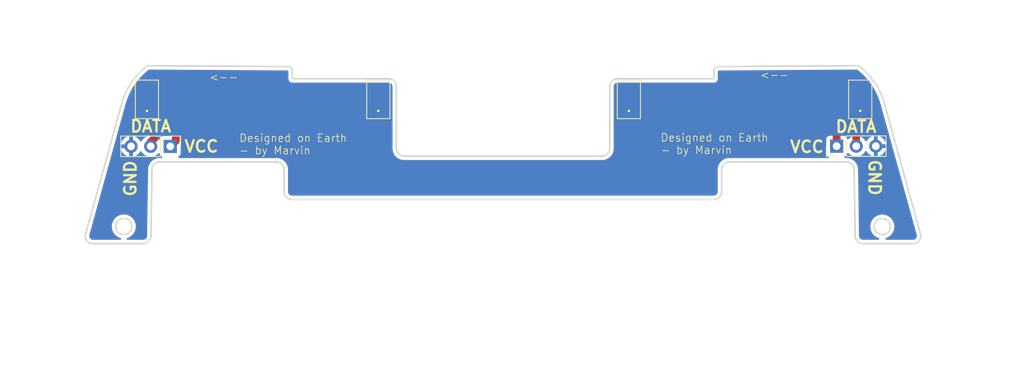
<source format=kicad_pcb>
(kicad_pcb (version 20241229) (generator "pcbnew") (generator_version "9.0")
  (layers (0 "F.Cu" signal) (2 "B.Cu" signal) (13 "F.Paste" user) (15 "B.Paste" user) (5 "F.SilkS" user "F.Silkscreen") (7 "B.SilkS" user "B.Silkscreen") (1 "F.Mask" user) (3 "B.Mask" user) (25 "Edge.Cuts" user))
  (net 0 "")
  (net 1 "GND")
  (net 2 "VCC")
  (net 3 "Net-(J1-Pin_2)")
  (net 4 "Net-(J2-Pin_2)")
  (net 5 "Net-(J6-Pin_2)")
  (footprint "Connector_PinHeader_2.54mm:PinHeader_1x03_P2.54mm_Vertical" (layer "F.Cu") (at 185.8668 60.2488 90)
    (property "Reference" "J9" (hide yes))
    (property "Value" "Conn_01x03_Pin" (hide yes))
    (fp_line (start -1.33 -1.33) (end 0 -1.33) (stroke (width 0.12)) (layer "F.SilkS"))
    (fp_line (start -1.33 0) (end -1.33 -1.33) (stroke (width 0.12)) (layer "F.SilkS"))
    (fp_line (start 1.33 1.27) (end 1.33 6.41) (stroke (width 0.12)) (layer "F.SilkS"))
    (fp_line (start -1.33 1.27) (end 1.33 1.27) (stroke (width 0.12)) (layer "F.SilkS"))
    (fp_line (start -1.33 1.27) (end -1.33 6.41) (stroke (width 0.12)) (layer "F.SilkS"))
    (fp_line (start -1.33 6.41) (end 1.33 6.41) (stroke (width 0.12)) (layer "F.SilkS"))
    (pad "1" thru_hole rect (at 0 0 90) (size 1.7 1.7) (drill 1) (layers "*.Cu" "*.Mask") (net 2 "VCC"))
    (pad "2" thru_hole oval (at 0 2.54 90) (size 1.7 1.7) (drill 1) (layers "*.Cu" "*.Mask") (net 5 "Net-(J6-Pin_2)"))
    (pad "3" thru_hole oval (at 0 5.08 90) (size 1.7 1.7) (drill 1) (layers "*.Cu" "*.Mask") (net 1 "GND"))
  )
  (footprint "Connector_PinHeader_2.54mm:PinHeader_1x03_P2.54mm_Vertical" (layer "F.Cu") (at 99.4664 60.2742 -90)
    (property "Reference" "J10" (hide yes))
    (property "Value" "Conn_01x03_Pin" (hide yes))
    (fp_line (start -1.33 6.41) (end 1.33 6.41) (stroke (width 0.12)) (layer "F.SilkS"))
    (fp_line (start -1.33 1.27) (end -1.33 6.41) (stroke (width 0.12)) (layer "F.SilkS"))
    (fp_line (start -1.33 1.27) (end 1.33 1.27) (stroke (width 0.12)) (layer "F.SilkS"))
    (fp_line (start 1.33 1.27) (end 1.33 6.41) (stroke (width 0.12)) (layer "F.SilkS"))
    (fp_line (start -1.33 0) (end -1.33 -1.33) (stroke (width 0.12)) (layer "F.SilkS"))
    (fp_line (start -1.33 -1.33) (end 0 -1.33) (stroke (width 0.12)) (layer "F.SilkS"))
    (pad "1" thru_hole rect (at 0 0 270) (size 1.7 1.7) (drill 1) (layers "*.Cu" "*.Mask") (net 2 "VCC"))
    (pad "2" thru_hole oval (at 0 2.54 270) (size 1.7 1.7) (drill 1) (layers "*.Cu" "*.Mask") (net 3 "Net-(J1-Pin_2)"))
    (pad "3" thru_hole oval (at 0 5.08 270) (size 1.7 1.7) (drill 1) (layers "*.Cu" "*.Mask") (net 1 "GND"))
  )
  (footprint "ws2812:led_pads" (layer "F.Cu") (at 96.4412 54.1782 -90)
    (property "Reference" "J1" (hide yes))
    (property "Value" "Conn_01x03_Pin" (hide yes))
    (fp_line (start -2.5 1.5) (end -2.5 -1.5) (stroke (width 0.12)) (layer "F.SilkS"))
    (fp_line (start 2.5 1.5) (end -2.5 1.5) (stroke (width 0.12)) (layer "F.SilkS"))
    (fp_line (start -2.5 -1.5) (end 2.5 -1.5) (stroke (width 0.12)) (layer "F.SilkS"))
    (fp_line (start 2.5 -1.5) (end 2.5 1.5) (stroke (width 0.12)) (layer "F.SilkS"))
    (pad "1" smd rect (at -1.5 0 270) (size 1 2) (layers "F.Cu" "F.Mask" "F.Paste") (net 2 "VCC"))
    (pad "2" smd rect (at 0 0 270) (size 1 2) (layers "F.Cu" "F.Mask" "F.Paste") (net 3 "Net-(J1-Pin_2)"))
    (pad "3" smd rect (at 1.5 0 270) (size 1 2) (layers "F.Cu" "F.Mask" "F.Paste") (net 1 "GND"))
  )
  (footprint "ws2812:led_pads" (layer "F.Cu") (at 158.9278 54.1796 -90)
    (property "Reference" "J5" (hide yes))
    (property "Value" "Conn_01x03_Pin" (hide yes))
    (fp_line (start -2.5 1.5) (end -2.5 -1.5) (stroke (width 0.12)) (layer "F.SilkS"))
    (fp_line (start 2.5 1.5) (end -2.5 1.5) (stroke (width 0.12)) (layer "F.SilkS"))
    (fp_line (start -2.5 -1.5) (end 2.5 -1.5) (stroke (width 0.12)) (layer "F.SilkS"))
    (fp_line (start 2.5 -1.5) (end 2.5 1.5) (stroke (width 0.12)) (layer "F.SilkS"))
    (pad "1" smd rect (at -1.5 0 270) (size 1 2) (layers "F.Cu" "F.Mask" "F.Paste") (net 2 "VCC"))
    (pad "2" smd rect (at 0 0 270) (size 1 2) (layers "F.Cu" "F.Mask" "F.Paste") (net 4 "Net-(J2-Pin_2)"))
    (pad "3" smd rect (at 1.5 0 270) (size 1 2) (layers "F.Cu" "F.Mask" "F.Paste") (net 1 "GND"))
  )
  (footprint "ws2812:led_pads" (layer "F.Cu") (at 126.4412 54.1782 -90)
    (property "Reference" "J2" (hide yes))
    (property "Value" "Conn_01x03_Pin" (hide yes))
    (fp_line (start -2.5 1.5) (end -2.5 -1.5) (stroke (width 0.12)) (layer "F.SilkS"))
    (fp_line (start 2.5 1.5) (end -2.5 1.5) (stroke (width 0.12)) (layer "F.SilkS"))
    (fp_line (start -2.5 -1.5) (end 2.5 -1.5) (stroke (width 0.12)) (layer "F.SilkS"))
    (fp_line (start 2.5 -1.5) (end 2.5 1.5) (stroke (width 0.12)) (layer "F.SilkS"))
    (pad "1" smd rect (at -1.5 0 270) (size 1 2) (layers "F.Cu" "F.Mask" "F.Paste") (net 2 "VCC"))
    (pad "2" smd rect (at 0 0 270) (size 1 2) (layers "F.Cu" "F.Mask" "F.Paste") (net 4 "Net-(J2-Pin_2)"))
    (pad "3" smd rect (at 1.5 0 270) (size 1 2) (layers "F.Cu" "F.Mask" "F.Paste") (net 1 "GND"))
  )
  (footprint "ws2812:led_pads" (layer "F.Cu") (at 188.9278 54.1796 -90)
    (property "Reference" "J6" (hide yes))
    (property "Value" "Conn_01x03_Pin" (hide yes))
    (fp_line (start -2.5 1.5) (end -2.5 -1.5) (stroke (width 0.12)) (layer "F.SilkS"))
    (fp_line (start 2.5 1.5) (end -2.5 1.5) (stroke (width 0.12)) (layer "F.SilkS"))
    (fp_line (start -2.5 -1.5) (end 2.5 -1.5) (stroke (width 0.12)) (layer "F.SilkS"))
    (fp_line (start 2.5 -1.5) (end 2.5 1.5) (stroke (width 0.12)) (layer "F.SilkS"))
    (pad "1" smd rect (at -1.5 0 270) (size 1 2) (layers "F.Cu" "F.Mask" "F.Paste") (net 2 "VCC"))
    (pad "2" smd rect (at 0 0 270) (size 1 2) (layers "F.Cu" "F.Mask" "F.Paste") (net 5 "Net-(J6-Pin_2)"))
    (pad "3" smd rect (at 1.5 0 270) (size 1 2) (layers "F.Cu" "F.Mask" "F.Paste") (net 1 "GND"))
  )
  (gr_line (start 170.956454 66.1729) (end 170.956454 63.2961) (stroke (width 0.2)) (layer "Edge.Cuts"))
  (gr_line (start 114.791052 49.920716) (end 96.531457 49.801938) (stroke (width 0.2)) (layer "Edge.Cuts"))
  (gr_line (start 93.186302 54.658498) (end 88.494937 71.641085) (stroke (width 0.2)) (layer "Edge.Cuts"))
  (gr_arc (start 196.741114 71.641151) (mid 196.572918 72.513083) (end 195.777198 72.907358) (stroke (width 0.2)) (layer "Edge.Cuts"))
  (gr_arc (start 188.802634 49.87612) (mid 190.820615 51.999553) (end 192.049753 54.658582) (stroke (width 0.2)) (layer "Edge.Cuts"))
  (gr_line (start 89.4588 72.907358) (end 95.981183 72.907358) (stroke (width 0.2)) (layer "Edge.Cuts"))
  (gr_line (start 188.802634 49.87612) (end 188.70459 49.801991) (stroke (width 0.2)) (layer "Edge.Cuts"))
  (gr_line (start 114.233925 63.301931) (end 114.233925 66.1729) (stroke (width 0.2)) (layer "Edge.Cuts"))
  (gr_arc (start 156.456454 52.4955) (mid 156.749344 51.788378) (end 157.456454 51.495502) (stroke (width 0.2)) (layer "Edge.Cuts"))
  (gr_line (start 171.9565 62.296057) (end 187.1364 62.296057) (stroke (width 0.2)) (layer "Edge.Cuts"))
  (gr_line (start 156.456454 52.4955) (end 156.456454 60.5461) (stroke (width 0.2)) (layer "Edge.Cuts"))
  (gr_arc (start 170.956454 63.2961) (mid 171.24936 62.588962) (end 171.9565 62.296057) (stroke (width 0.2)) (layer "Edge.Cuts"))
  (gr_arc (start 97.099775 63.280867) (mid 97.397972 62.583598) (end 98.0997 62.296057) (stroke (width 0.2)) (layer "Edge.Cuts"))
  (gr_line (start 98.0997 62.296057) (end 113.2339 62.296057) (stroke (width 0.2)) (layer "Edge.Cuts"))
  (gr_arc (start 114.791052 49.920716) (mid 115.142493 50.068298) (end 115.287782 50.417236) (stroke (width 0.2)) (layer "Edge.Cuts"))
  (gr_line (start 115.287782 51.495502) (end 115.287782 50.417236) (stroke (width 0.2)) (layer "Edge.Cuts"))
  (gr_line (start 169.956454 50.4207) (end 169.956454 51.495502) (stroke (width 0.2)) (layer "Edge.Cuts"))
  (gr_circle (center 191.79135 70.689761) (end 192.84135 70.689761) (stroke (width 0.2)) (fill no) (layer "Edge.Cuts"))
  (gr_line (start 155.4565 61.546057) (end 129.7879 61.546057) (stroke (width 0.2)) (layer "Edge.Cuts"))
  (gr_arc (start 187.1364 62.296057) (mid 187.838106 62.583573) (end 188.136436 63.292684) (stroke (width 0.2)) (layer "Edge.Cuts"))
  (gr_arc (start 115.2339 67.172874) (mid 114.526811 66.879988) (end 114.233925 66.1729) (stroke (width 0.2)) (layer "Edge.Cuts"))
  (gr_arc (start 189.2678 72.907358) (mid 188.566109 72.619823) (end 188.268048 71.932018) (stroke (width 0.2)) (layer "Edge.Cuts"))
  (gr_arc (start 89.4588 72.907358) (mid 88.66313 72.513061) (end 88.494937 71.641085) (stroke (width 0.2)) (layer "Edge.Cuts"))
  (gr_arc (start 93.186302 54.658498) (mid 94.415433 51.999496) (end 96.425082 49.882367) (stroke (width 0.2)) (layer "Edge.Cuts"))
  (gr_line (start 189.2678 72.907358) (end 195.777198 72.907358) (stroke (width 0.2)) (layer "Edge.Cuts"))
  (gr_arc (start 129.7879 61.546057) (mid 129.080702 61.253155) (end 128.787782 60.537169) (stroke (width 0.2)) (layer "Edge.Cuts"))
  (gr_arc (start 113.2339 62.296057) (mid 113.941031 62.588956) (end 114.233925 63.301931) (stroke (width 0.2)) (layer "Edge.Cuts"))
  (gr_arc (start 127.7878 51.495502) (mid 128.4949 51.788389) (end 128.787782 52.490023) (stroke (width 0.2)) (layer "Edge.Cuts"))
  (gr_arc (start 170.956454 66.1729) (mid 170.663567 66.879981) (end 169.956454 67.172874) (stroke (width 0.2)) (layer "Edge.Cuts"))
  (gr_line (start 169.956454 51.495502) (end 157.456454 51.495502) (stroke (width 0.2)) (layer "Edge.Cuts"))
  (gr_circle (center 93.446053 70.674675) (end 94.496053 70.674675) (stroke (width 0.2)) (fill no) (layer "Edge.Cuts"))
  (gr_line (start 96.531457 49.801938) (end 96.425082 49.882367) (stroke (width 0.2)) (layer "Edge.Cuts"))
  (gr_line (start 127.7878 51.495502) (end 115.287782 51.495502) (stroke (width 0.2)) (layer "Edge.Cuts"))
  (gr_arc (start 96.968126 71.922731) (mid 96.669962 72.619872) (end 95.981183 72.907358) (stroke (width 0.2)) (layer "Edge.Cuts"))
  (gr_line (start 196.741114 71.641151) (end 192.049753 54.658582) (stroke (width 0.2)) (layer "Edge.Cuts"))
  (gr_line (start 115.2339 67.172874) (end 169.956454 67.172874) (stroke (width 0.2)) (layer "Edge.Cuts"))
  (gr_arc (start 169.956454 50.4207) (mid 170.101748 50.068284) (end 170.453202 49.920716) (stroke (width 0.2)) (layer "Edge.Cuts"))
  (gr_line (start 96.968126 71.922731) (end 97.099775 63.280867) (stroke (width 0.2)) (layer "Edge.Cuts"))
  (gr_line (start 188.70459 49.801991) (end 170.453202 49.920716) (stroke (width 0.2)) (layer "Edge.Cuts"))
  (gr_line (start 188.136436 63.292684) (end 188.268048 71.932018) (stroke (width 0.2)) (layer "Edge.Cuts"))
  (gr_line (start 128.787782 60.537169) (end 128.787782 52.490023) (stroke (width 0.2)) (layer "Edge.Cuts"))
  (gr_arc (start 156.456454 60.5461) (mid 156.163573 61.253175) (end 155.4565 61.546057) (stroke (width 0.2)) (layer "Edge.Cuts"))
  (gr_text "GND" (at 95.1738 66.929 90) (layer "F.SilkS") (effects (font (size 1.5 1.5) (thickness 0.3) (bold yes)) (justify left bottom)))
  (gr_text "DATA" (at 94.1324 58.547 0) (layer "F.SilkS") (effects (font (size 1.5 1.5) (thickness 0.3) (bold yes)) (justify left bottom)))
  (gr_text "Designed on Earth \n- by Marvin" (at 108.3564 61.3918 0) (layer "F.SilkS") (effects (font (size 1 1) (thickness 0.1)) (justify left bottom)))
  (gr_text "VCC\n" (at 101.1682 61.1632 0) (layer "F.SilkS") (effects (font (size 1.5 1.5) (thickness 0.3) (bold yes)) (justify left bottom)))
  (gr_text "GND" (at 189.9158 61.849 270) (layer "F.SilkS") (effects (font (size 1.5 1.5) (thickness 0.3) (bold yes)) (justify left bottom)))
  (gr_text "<--" (at 175.8696 51.5874 0) (layer "F.SilkS") (effects (font (size 1 1) (thickness 0.1)) (justify left bottom)))
  (gr_text "DATA" (at 185.5724 58.5978 0) (layer "F.SilkS") (effects (font (size 1.5 1.5) (thickness 0.3) (bold yes)) (justify left bottom)))
  (gr_text "VCC\n" (at 179.6796 61.214 0) (layer "F.SilkS") (effects (font (size 1.5 1.5) (thickness 0.3) (bold yes)) (justify left bottom)))
  (gr_text "<--" (at 104.4702 51.8668 0) (layer "F.SilkS") (effects (font (size 1 1) (thickness 0.1)) (justify left bottom)))
  (gr_text "Designed on Earth \n- by Marvin" (at 162.9918 61.341 0) (layer "F.SilkS") (effects (font (size 1 1) (thickness 0.1)) (justify left bottom)))
  (via (at 126.4412 55.6782) (size 0.6) (drill 0.3) (layers "F.Cu" "B.Cu") (net 1))
  (via (at 188.9278 55.6796) (size 0.6) (drill 0.3) (layers "F.Cu" "B.Cu") (net 1))
  (via (at 96.4412 55.6782) (size 0.6) (drill 0.3) (layers "F.Cu" "B.Cu") (net 1))
  (via (at 158.9278 55.6796) (size 0.6) (drill 0.3) (layers "F.Cu" "B.Cu") (net 1))
  (segment (start 100.1848 54.82133) (end 100.1848 59.5558) (width 1) (layer "F.Cu") (net 2))
  (segment (start 123.386 62.54967) (end 123.386 54.129302) (width 1) (layer "F.Cu") (net 2))
  (segment (start 161.829799 59.451671) (end 157.13927 64.1422) (width 1) (layer "F.Cu") (net 2))
  (segment (start 100.1848 59.5558) (end 99.4664 60.2742) (width 1) (layer "F.Cu") (net 2))
  (segment (start 124.978529 64.142199) (end 123.386 62.54967) (width 1) (layer "F.Cu") (net 2))
  (segment (start 157.13927 64.1422) (end 124.978529 64.142199) (width 1) (layer "F.Cu") (net 2))
  (segment (start 160.52827 52.6796) (end 161.8298 53.98113) (width 1) (layer "F.Cu") (net 2))
  (segment (start 185.8668 54.14013) (end 187.32733 52.6796) (width 1) (layer "F.Cu") (net 2))
  (segment (start 98.04167 52.6782) (end 100.1848 54.82133) (width 1) (layer "F.Cu") (net 2))
  (segment (start 161.8298 53.98113) (end 161.829799 59.451671) (width 1) (layer "F.Cu") (net 2))
  (segment (start 124.837102 52.6782) (end 126.4412 52.6782) (width 1) (layer "F.Cu") (net 2))
  (segment (start 96.4412 52.6782) (end 98.04167 52.6782) (width 1) (layer "F.Cu") (net 2))
  (segment (start 123.386 54.129302) (end 124.837102 52.6782) (width 1) (layer "F.Cu") (net 2))
  (segment (start 185.8668 60.2488) (end 185.8668 54.14013) (width 1) (layer "F.Cu") (net 2))
  (segment (start 158.9278 52.6796) (end 160.52827 52.6796) (width 1) (layer "F.Cu") (net 2))
  (segment (start 187.32733 52.6796) (end 188.9278 52.6796) (width 1) (layer "F.Cu") (net 2))
  (segment (start 96.4412 54.1782) (end 97.8432 54.1782) (width 1) (layer "F.Cu") (net 3))
  (segment (start 98.9838 57.6548) (end 96.9264 59.7122) (width 1) (layer "F.Cu") (net 3))
  (segment (start 98.9838 55.3188) (end 98.9838 57.6548) (width 1) (layer "F.Cu") (net 3))
  (segment (start 97.8432 54.1782) (end 98.9838 55.3188) (width 1) (layer "F.Cu") (net 3))
  (segment (start 96.9264 59.7122) (end 96.9264 60.2742) (width 1) (layer "F.Cu") (net 3))
  (segment (start 125.0392 54.1782) (end 126.4412 54.1782) (width 1) (layer "F.Cu") (net 4))
  (segment (start 124.587 54.6304) (end 125.0392 54.1782) (width 1) (layer "F.Cu") (net 4))
  (segment (start 158.9278 54.1796) (end 160.3298 54.1796) (width 1) (layer "F.Cu") (net 4))
  (segment (start 160.6288 54.4786) (end 160.6288 58.9542) (width 1) (layer "F.Cu") (net 4))
  (segment (start 124.587 62.0522) (end 124.587 54.6304) (width 1) (layer "F.Cu") (net 4))
  (segment (start 156.6418 62.9412) (end 125.476 62.9412) (width 1) (layer "F.Cu") (net 4))
  (segment (start 160.3298 54.1796) (end 160.6288 54.4786) (width 1) (layer "F.Cu") (net 4))
  (segment (start 125.476 62.9412) (end 124.587 62.0522) (width 1) (layer "F.Cu") (net 4))
  (segment (start 160.6288 58.9542) (end 156.6418 62.9412) (width 1) (layer "F.Cu") (net 4))
  (segment (start 188.4068 60.2488) (end 188.4068 58.0606) (width 1) (layer "F.Cu") (net 5))
  (segment (start 188.4068 58.0606) (end 187.2268 56.8806) (width 1) (layer "F.Cu") (net 5))
  (segment (start 187.5258 54.1796) (end 188.9278 54.1796) (width 1) (layer "F.Cu") (net 5))
  (segment (start 187.2268 56.8806) (end 187.2268 54.4786) (width 1) (layer "F.Cu") (net 5))
  (segment (start 187.2268 54.4786) (end 187.5258 54.1796) (width 1) (layer "F.Cu") (net 5))
  (zone (net 1) (net_name "GND") (layer "B.Cu") (connect_pads (clearance 0.5)) (min_thickness 0.25) (fill yes (thermal_gap 0.5) (thermal_bridge_width 0.5))
    (polygon (pts (xy 200.9902 43.688) (xy 77.9526 41.275) (xy 77.3938 91.7448) (xy 210.1596 87.63)))
  )
)
</source>
